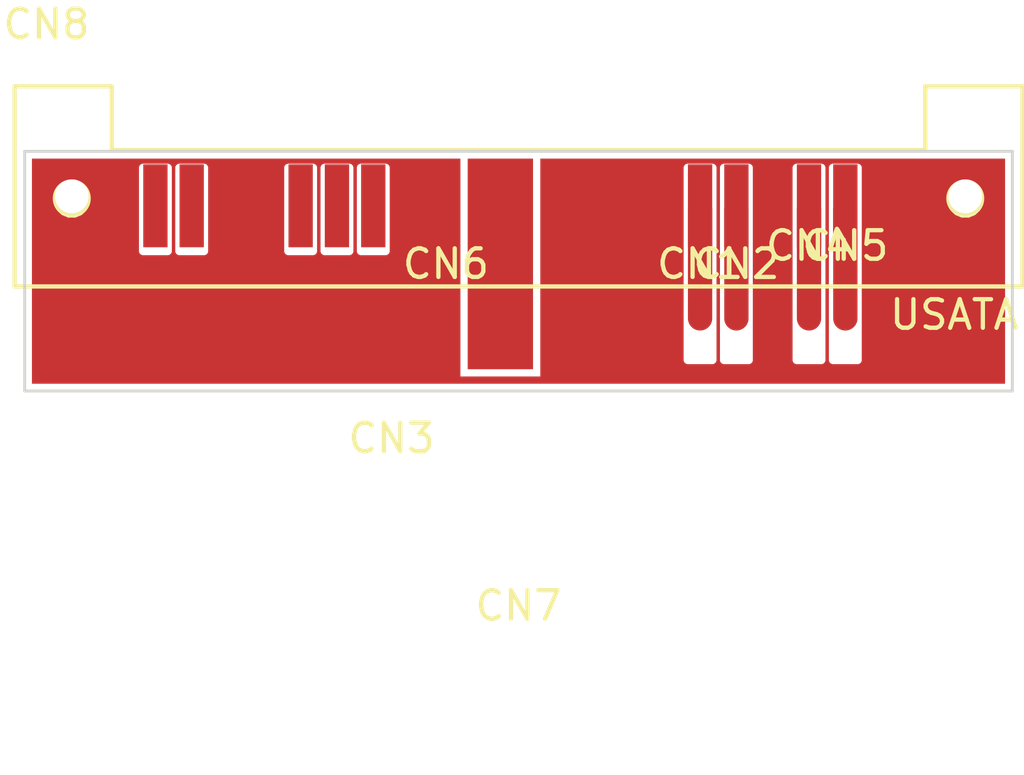
<source format=kicad_pcb>
(kicad_pcb (version 4) (host pcbnew 4.0.2-stable)

  (general
    (links 5)
    (no_connects 5)
    (area 129.997999 77.927999 164.642001 86.410001)
    (thickness 1.6)
    (drawings 4)
    (tracks 4)
    (zones 0)
    (modules 8)
    (nets 5)
  )

  (page A4)
  (layers
    (0 F.Cu signal)
    (31 B.Cu signal)
    (32 B.Adhes user)
    (33 F.Adhes user)
    (34 B.Paste user)
    (35 F.Paste user)
    (36 B.SilkS user)
    (37 F.SilkS user)
    (38 B.Mask user)
    (39 F.Mask user)
    (40 Dwgs.User user)
    (41 Cmts.User user)
    (42 Eco1.User user)
    (43 Eco2.User user)
    (44 Edge.Cuts user)
  )

  (setup
    (last_trace_width 0.85)
    (trace_clearance 0.15)
    (zone_clearance 0.0254)
    (zone_45_only no)
    (trace_min 0.254)
    (segment_width 0.1)
    (edge_width 0.1)
    (via_size 0.889)
    (via_drill 0.635)
    (via_min_size 0.889)
    (via_min_drill 0.508)
    (uvia_size 0.508)
    (uvia_drill 0.127)
    (uvias_allowed no)
    (uvia_min_size 0.508)
    (uvia_min_drill 0.127)
    (pcb_text_width 0.1)
    (pcb_text_size 0.1 0.1)
    (mod_edge_width 0.1)
    (mod_text_size 0.1 0.1)
    (mod_text_width 0.1)
    (pad_size 0.85 2.9)
    (pad_drill 0)
    (pad_to_mask_clearance 0)
    (aux_axis_origin 0 0)
    (visible_elements 7FFFFFFF)
    (pcbplotparams
      (layerselection 0x00030_80000001)
      (usegerberextensions true)
      (excludeedgelayer false)
      (linewidth 0.150000)
      (plotframeref false)
      (viasonmask false)
      (mode 1)
      (useauxorigin true)
      (hpglpennumber 1)
      (hpglpenspeed 20)
      (hpglpendiameter 15)
      (hpglpenoverlay 2)
      (psnegative false)
      (psa4output false)
      (plotreference true)
      (plotvalue false)
      (plotinvisibletext false)
      (padsonsilk false)
      (subtractmaskfromsilk false)
      (outputformat 1)
      (mirror false)
      (drillshape 0)
      (scaleselection 1)
      (outputdirectory Gerber/))
  )

  (net 0 "")
  (net 1 /+3.3V)
  (net 2 /GND)
  (net 3 GND)
  (net 4 +3.3V)

  (net_class Default "This is the default net class."
    (clearance 0.15)
    (trace_width 0.85)
    (via_dia 0.889)
    (via_drill 0.635)
    (uvia_dia 0.508)
    (uvia_drill 0.127)
    (add_net +3.3V)
    (add_net GND)
  )

  (module eeepc_ssd:uSATA (layer F.Cu) (tedit 5767FD9B) (tstamp 5768002B)
    (at 160.02 79.883)
    (path /53E0E90C)
    (fp_text reference CN8 (at -29.21 -6.35) (layer F.SilkS)
      (effects (font (size 1 1) (thickness 0.15)))
    )
    (fp_text value USATA (at 2.54 3.81) (layer F.SilkS)
      (effects (font (size 1 1) (thickness 0.15)))
    )
    (fp_line (start -26.925 -4.18) (end -26.925 -1.95) (layer F.SilkS) (width 0.15))
    (fp_line (start -30.325 -4.18) (end -26.925 -4.18) (layer F.SilkS) (width 0.15))
    (fp_line (start -30.325 2.82) (end -30.325 -4.18) (layer F.SilkS) (width 0.15))
    (fp_line (start 4.925 2.82) (end -30.325 2.82) (layer F.SilkS) (width 0.15))
    (fp_line (start 4.925 -4.18) (end 4.925 2.82) (layer F.SilkS) (width 0.15))
    (fp_line (start 1.525 -4.18) (end 4.925 -4.18) (layer F.SilkS) (width 0.15))
    (fp_line (start 1.525 -1.95) (end 1.525 -4.18) (layer F.SilkS) (width 0.15))
    (fp_line (start -26.925 -1.95) (end 1.525 -1.95) (layer F.SilkS) (width 0.15))
    (fp_circle (center -28.325 -0.26) (end -28.915 -0.26) (layer F.SilkS) (width 0.15))
    (fp_circle (center 2.925 -0.26) (end 2.336 -0.26) (layer F.SilkS) (width 0.15))
    (pad 1 smd rect (at 0 0) (size 0.85 2.9) (layers F.Cu F.Paste F.Mask)
      (net 3 GND))
    (pad 2 smd rect (at -1.27 0) (size 0.85 2.9) (layers F.Cu F.Paste F.Mask))
    (pad 3 smd rect (at -2.54 0) (size 0.85 2.9) (layers F.Cu F.Paste F.Mask))
    (pad 4 smd rect (at -3.81 0) (size 0.85 2.9) (layers F.Cu F.Paste F.Mask)
      (net 3 GND))
    (pad 5 smd rect (at -5.08 0) (size 0.85 2.9) (layers F.Cu F.Paste F.Mask))
    (pad 6 smd rect (at -6.35 0) (size 0.85 2.9) (layers F.Cu F.Paste F.Mask))
    (pad 7 smd rect (at -7.62 0) (size 0.85 2.9) (layers F.Cu F.Paste F.Mask)
      (net 3 GND))
    (pad "" thru_hole circle (at 2.925 -0.33) (size 1.18 1.18) (drill 1.18) (layers *.Mask F.Cu F.SilkS)
      (clearance 0.0001))
    (pad 8 smd rect (at -12.7 0) (size 0.85 2.9) (layers F.Cu F.Paste F.Mask)
      (net 4 +3.3V))
    (pad 9 smd rect (at -13.97 0) (size 0.85 2.9) (layers F.Cu F.Paste F.Mask)
      (net 4 +3.3V))
    (pad 10 smd rect (at -15.24 0) (size 0.85 2.9) (layers F.Cu F.Paste F.Mask)
      (net 3 GND))
    (pad 11 smd rect (at -16.51 0) (size 0.85 2.9) (layers F.Cu F.Paste F.Mask)
      (net 3 GND))
    (pad 12 smd rect (at -17.78 0) (size 0.85 2.9) (layers F.Cu F.Paste F.Mask))
    (pad 13 smd rect (at -19.05 0) (size 0.85 2.9) (layers F.Cu F.Paste F.Mask))
    (pad 14 smd rect (at -20.32 0) (size 0.85 2.9) (layers F.Cu F.Paste F.Mask))
    (pad 15 smd rect (at -24.13 0) (size 0.85 2.9) (layers F.Cu F.Paste F.Mask))
    (pad 16 smd rect (at -25.4 0) (size 0.85 2.9) (layers F.Cu F.Paste F.Mask))
    (pad "" thru_hole circle (at -28.325 -0.33) (size 1.18 1.18) (drill 1.18) (layers *.Mask F.Cu F.SilkS)
      (clearance 0.0001))
  )

  (module eeepc_ssd:CONN1 (layer F.Cu) (tedit 576809E5) (tstamp 576809B2)
    (at 153.67 84.455)
    (path /5767D520)
    (fp_text reference CN1 (at 0 -2.54) (layer F.SilkS)
      (effects (font (size 1 1) (thickness 0.15)))
    )
    (fp_text value B+ (at 0 2.54) (layer F.Fab)
      (effects (font (size 1 1) (thickness 0.15)))
    )
  )

  (module eeepc_ssd:CONN1 (layer F.Cu) (tedit 576809E9) (tstamp 576809B6)
    (at 154.94 84.455)
    (path /5767DBCF)
    (fp_text reference CN2 (at 0 -2.54) (layer F.SilkS)
      (effects (font (size 1 1) (thickness 0.15)))
    )
    (fp_text value B- (at 0 2.54) (layer F.Fab)
      (effects (font (size 1 1) (thickness 0.15)))
    )
  )

  (module eeepc_ssd:CONN1 (layer F.Cu) (tedit 57680A19) (tstamp 576809BA)
    (at 142.875 90.551)
    (path /5767DBF0)
    (fp_text reference CN3 (at 0 -2.54) (layer F.SilkS)
      (effects (font (size 1 1) (thickness 0.15)))
    )
    (fp_text value GND (at 0 2.54) (layer F.Fab)
      (effects (font (size 1 1) (thickness 0.15)))
    )
  )

  (module eeepc_ssd:CONN1 (layer F.Cu) (tedit 576809ED) (tstamp 576809BE)
    (at 157.48 83.82)
    (path /5767DC16)
    (fp_text reference CN4 (at 0 -2.54) (layer F.SilkS)
      (effects (font (size 1 1) (thickness 0.15)))
    )
    (fp_text value A- (at 0 2.54) (layer F.Fab)
      (effects (font (size 1 1) (thickness 0.15)))
    )
  )

  (module eeepc_ssd:CONN1 (layer F.Cu) (tedit 576809F0) (tstamp 576809C2)
    (at 158.75 83.82)
    (path /5767DC3F)
    (fp_text reference CN5 (at 0 -2.54) (layer F.SilkS)
      (effects (font (size 1 1) (thickness 0.15)))
    )
    (fp_text value A+ (at 0 2.54) (layer F.Fab)
      (effects (font (size 1 1) (thickness 0.15)))
    )
  )

  (module eeepc_ssd:CONN1 (layer F.Cu) (tedit 57680A1C) (tstamp 576809C6)
    (at 144.78 84.455)
    (path /5767DC65)
    (fp_text reference CN6 (at 0 -2.54) (layer F.SilkS)
      (effects (font (size 1 1) (thickness 0.15)))
    )
    (fp_text value GND (at 0 2.54) (layer F.Fab)
      (effects (font (size 1 1) (thickness 0.15)))
    )
  )

  (module eeepc_ssd:CONN1 (layer F.Cu) (tedit 57680A16) (tstamp 576809CA)
    (at 147.32 96.410001)
    (path /5767DC98)
    (fp_text reference CN7 (at 0 -2.54) (layer F.SilkS)
      (effects (font (size 1 1) (thickness 0.15)))
    )
    (fp_text value +3.3V (at 0 2.54) (layer F.Fab)
      (effects (font (size 1 1) (thickness 0.15)))
    )
  )

  (gr_line (start 130.048 77.978) (end 164.592 77.978) (angle 90) (layer Edge.Cuts) (width 0.1))
  (gr_line (start 130.048 86.36) (end 130.048 77.978) (angle 90) (layer Edge.Cuts) (width 0.1))
  (gr_line (start 164.592 86.36) (end 130.048 86.36) (angle 90) (layer Edge.Cuts) (width 0.1))
  (gr_line (start 164.592 77.978) (end 164.592 86.36) (angle 90) (layer Edge.Cuts) (width 0.1))

  (segment (start 153.67 83.82) (end 153.67 80.01) (width 0.85) (layer F.Cu) (net 0))
  (segment (start 154.94 83.82) (end 154.94 80.01) (width 0.85) (layer F.Cu) (net 0))
  (segment (start 157.48 83.82) (end 157.48 80.01) (width 0.85) (layer F.Cu) (net 0))
  (segment (start 158.75 83.82) (end 158.75 80.01) (width 0.85) (layer F.Cu) (net 0))

  (zone (net 1) (net_name /+3.3V) (layer F.Cu) (tstamp 544802CB) (hatch edge 0.508)
    (connect_pads yes (clearance 0.0254))
    (min_thickness 0.0254)
    (fill (arc_segments 16) (thermal_gap 0.108) (thermal_bridge_width 0.408))
    (polygon
      (pts
        (xy 147.828 85.598) (xy 145.542 85.598) (xy 145.542 78.232) (xy 147.828 78.232)
      )
    )
    (filled_polygon
      (pts
        (xy 147.8153 85.5853) (xy 145.5547 85.5853) (xy 145.5547 78.2447) (xy 147.8153 78.2447) (xy 147.8153 85.5853)
      )
    )
  )
  (zone (net 2) (net_name /GND) (layer F.Cu) (tstamp 544802D2) (hatch edge 0.508)
    (connect_pads yes (clearance 0.0254))
    (min_thickness 0.0254)
    (fill (arc_segments 16) (thermal_gap 0.108) (thermal_bridge_width 0.408))
    (polygon
      (pts
        (xy 164.338 86.106) (xy 130.302 86.106) (xy 130.302 78.232) (xy 145.288 78.232) (xy 145.288 85.852)
        (xy 148.082 85.852) (xy 148.082 78.232) (xy 164.338 78.232)
      )
    )
    (filled_polygon
      (pts
        (xy 164.3253 86.0933) (xy 163.573209 86.0933) (xy 163.573209 79.555611) (xy 163.477788 79.324675) (xy 163.301254 79.147833)
        (xy 163.070485 79.052009) (xy 162.820611 79.051791) (xy 162.589675 79.147212) (xy 162.412833 79.323746) (xy 162.317009 79.554515)
        (xy 162.316791 79.804389) (xy 162.412212 80.035325) (xy 162.588746 80.212167) (xy 162.819515 80.307991) (xy 163.069389 80.308209)
        (xy 163.300325 80.212788) (xy 163.477167 80.036254) (xy 163.572991 79.805485) (xy 163.573209 79.555611) (xy 163.573209 86.0933)
        (xy 159.337728 86.0933) (xy 159.337728 85.237779) (xy 159.337728 82.337779) (xy 159.3377 82.337711) (xy 159.3377 81.460142)
        (xy 159.337728 81.427779) (xy 159.337728 78.527779) (xy 159.313011 78.467958) (xy 159.267282 78.42215) (xy 159.207505 78.397328)
        (xy 159.142779 78.397272) (xy 158.292779 78.397272) (xy 158.232958 78.421989) (xy 158.18715 78.467718) (xy 158.162328 78.527495)
        (xy 158.162272 78.592221) (xy 158.162272 81.492221) (xy 158.1623 81.492288) (xy 158.1623 82.369858) (xy 158.162272 82.402221)
        (xy 158.162272 85.302221) (xy 158.186989 85.362042) (xy 158.232718 85.40785) (xy 158.292495 85.432672) (xy 158.357221 85.432728)
        (xy 159.207221 85.432728) (xy 159.267042 85.408011) (xy 159.31285 85.362282) (xy 159.337672 85.302505) (xy 159.337728 85.237779)
        (xy 159.337728 86.0933) (xy 158.067728 86.0933) (xy 158.067728 85.237779) (xy 158.067728 82.337779) (xy 158.0677 82.337711)
        (xy 158.0677 81.460142) (xy 158.067728 81.427779) (xy 158.067728 78.527779) (xy 158.043011 78.467958) (xy 157.997282 78.42215)
        (xy 157.937505 78.397328) (xy 157.872779 78.397272) (xy 157.022779 78.397272) (xy 156.962958 78.421989) (xy 156.91715 78.467718)
        (xy 156.892328 78.527495) (xy 156.892272 78.592221) (xy 156.892272 81.492221) (xy 156.8923 81.492288) (xy 156.8923 82.369858)
        (xy 156.892272 82.402221) (xy 156.892272 85.302221) (xy 156.916989 85.362042) (xy 156.962718 85.40785) (xy 157.022495 85.432672)
        (xy 157.087221 85.432728) (xy 157.937221 85.432728) (xy 157.997042 85.408011) (xy 158.04285 85.362282) (xy 158.067672 85.302505)
        (xy 158.067728 85.237779) (xy 158.067728 86.0933) (xy 155.527728 86.0933) (xy 155.527728 85.237779) (xy 155.527728 82.337779)
        (xy 155.5277 82.337711) (xy 155.5277 81.460142) (xy 155.527728 81.427779) (xy 155.527728 78.527779) (xy 155.503011 78.467958)
        (xy 155.457282 78.42215) (xy 155.397505 78.397328) (xy 155.332779 78.397272) (xy 154.482779 78.397272) (xy 154.422958 78.421989)
        (xy 154.37715 78.467718) (xy 154.352328 78.527495) (xy 154.352272 78.592221) (xy 154.352272 81.492221) (xy 154.3523 81.492288)
        (xy 154.3523 82.369858) (xy 154.352272 82.402221) (xy 154.352272 85.302221) (xy 154.376989 85.362042) (xy 154.422718 85.40785)
        (xy 154.482495 85.432672) (xy 154.547221 85.432728) (xy 155.397221 85.432728) (xy 155.457042 85.408011) (xy 155.50285 85.362282)
        (xy 155.527672 85.302505) (xy 155.527728 85.237779) (xy 155.527728 86.0933) (xy 154.257728 86.0933) (xy 154.257728 85.237779)
        (xy 154.257728 82.337779) (xy 154.2577 82.337711) (xy 154.2577 81.460142) (xy 154.257728 81.427779) (xy 154.257728 78.527779)
        (xy 154.233011 78.467958) (xy 154.187282 78.42215) (xy 154.127505 78.397328) (xy 154.062779 78.397272) (xy 153.212779 78.397272)
        (xy 153.152958 78.421989) (xy 153.10715 78.467718) (xy 153.082328 78.527495) (xy 153.082272 78.592221) (xy 153.082272 81.492221)
        (xy 153.0823 81.492288) (xy 153.0823 82.369858) (xy 153.082272 82.402221) (xy 153.082272 85.302221) (xy 153.106989 85.362042)
        (xy 153.152718 85.40785) (xy 153.212495 85.432672) (xy 153.277221 85.432728) (xy 154.127221 85.432728) (xy 154.187042 85.408011)
        (xy 154.23285 85.362282) (xy 154.257672 85.302505) (xy 154.257728 85.237779) (xy 154.257728 86.0933) (xy 142.827728 86.0933)
        (xy 142.827728 81.427779) (xy 142.827728 78.527779) (xy 142.803011 78.467958) (xy 142.757282 78.42215) (xy 142.697505 78.397328)
        (xy 142.632779 78.397272) (xy 141.782779 78.397272) (xy 141.722958 78.421989) (xy 141.67715 78.467718) (xy 141.652328 78.527495)
        (xy 141.652272 78.592221) (xy 141.652272 81.492221) (xy 141.676989 81.552042) (xy 141.722718 81.59785) (xy 141.782495 81.622672)
        (xy 141.847221 81.622728) (xy 142.697221 81.622728) (xy 142.757042 81.598011) (xy 142.80285 81.552282) (xy 142.827672 81.492505)
        (xy 142.827728 81.427779) (xy 142.827728 86.0933) (xy 141.557728 86.0933) (xy 141.557728 81.427779) (xy 141.557728 78.527779)
        (xy 141.533011 78.467958) (xy 141.487282 78.42215) (xy 141.427505 78.397328) (xy 141.362779 78.397272) (xy 140.512779 78.397272)
        (xy 140.452958 78.421989) (xy 140.40715 78.467718) (xy 140.382328 78.527495) (xy 140.382272 78.592221) (xy 140.382272 81.492221)
        (xy 140.406989 81.552042) (xy 140.452718 81.59785) (xy 140.512495 81.622672) (xy 140.577221 81.622728) (xy 141.427221 81.622728)
        (xy 141.487042 81.598011) (xy 141.53285 81.552282) (xy 141.557672 81.492505) (xy 141.557728 81.427779) (xy 141.557728 86.0933)
        (xy 140.287728 86.0933) (xy 140.287728 81.427779) (xy 140.287728 78.527779) (xy 140.263011 78.467958) (xy 140.217282 78.42215)
        (xy 140.157505 78.397328) (xy 140.092779 78.397272) (xy 139.242779 78.397272) (xy 139.182958 78.421989) (xy 139.13715 78.467718)
        (xy 139.112328 78.527495) (xy 139.112272 78.592221) (xy 139.112272 81.492221) (xy 139.136989 81.552042) (xy 139.182718 81.59785)
        (xy 139.242495 81.622672) (xy 139.307221 81.622728) (xy 140.157221 81.622728) (xy 140.217042 81.598011) (xy 140.26285 81.552282)
        (xy 140.287672 81.492505) (xy 140.287728 81.427779) (xy 140.287728 86.0933) (xy 136.477728 86.0933) (xy 136.477728 81.427779)
        (xy 136.477728 78.527779) (xy 136.453011 78.467958) (xy 136.407282 78.42215) (xy 136.347505 78.397328) (xy 136.282779 78.397272)
        (xy 135.432779 78.397272) (xy 135.372958 78.421989) (xy 135.32715 78.467718) (xy 135.302328 78.527495) (xy 135.302272 78.592221)
        (xy 135.302272 81.492221) (xy 135.326989 81.552042) (xy 135.372718 81.59785) (xy 135.432495 81.622672) (xy 135.497221 81.622728)
        (xy 136.347221 81.622728) (xy 136.407042 81.598011) (xy 136.45285 81.552282) (xy 136.477672 81.492505) (xy 136.477728 81.427779)
        (xy 136.477728 86.0933) (xy 135.207728 86.0933) (xy 135.207728 81.427779) (xy 135.207728 78.527779) (xy 135.183011 78.467958)
        (xy 135.137282 78.42215) (xy 135.077505 78.397328) (xy 135.012779 78.397272) (xy 134.162779 78.397272) (xy 134.102958 78.421989)
        (xy 134.05715 78.467718) (xy 134.032328 78.527495) (xy 134.032272 78.592221) (xy 134.032272 81.492221) (xy 134.056989 81.552042)
        (xy 134.102718 81.59785) (xy 134.162495 81.622672) (xy 134.227221 81.622728) (xy 135.077221 81.622728) (xy 135.137042 81.598011)
        (xy 135.18285 81.552282) (xy 135.207672 81.492505) (xy 135.207728 81.427779) (xy 135.207728 86.0933) (xy 132.323209 86.0933)
        (xy 132.323209 79.555611) (xy 132.227788 79.324675) (xy 132.051254 79.147833) (xy 131.820485 79.052009) (xy 131.570611 79.051791)
        (xy 131.339675 79.147212) (xy 131.162833 79.323746) (xy 131.067009 79.554515) (xy 131.066791 79.804389) (xy 131.162212 80.035325)
        (xy 131.338746 80.212167) (xy 131.569515 80.307991) (xy 131.819389 80.308209) (xy 132.050325 80.212788) (xy 132.227167 80.036254)
        (xy 132.322991 79.805485) (xy 132.323209 79.555611) (xy 132.323209 86.0933) (xy 130.3147 86.0933) (xy 130.3147 78.2447)
        (xy 145.2753 78.2447) (xy 145.2753 85.8647) (xy 148.0947 85.8647) (xy 148.0947 78.2447) (xy 164.3253 78.2447)
        (xy 164.3253 86.0933)
      )
    )
  )
)

</source>
